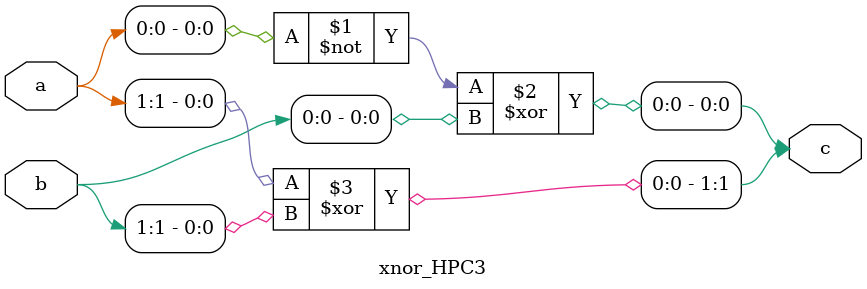
<source format=v>
module xnor_HPC3 #(parameter security_order=1, parameter pipeline=1) (a, b, c);
input wire [security_order:0] a, b;
output wire [security_order:0] c;
assign c[0] = ~a[0] ^ b[0];
assign c[security_order:1] = a[security_order:1] ^ b[security_order:1];
endmodule

</source>
